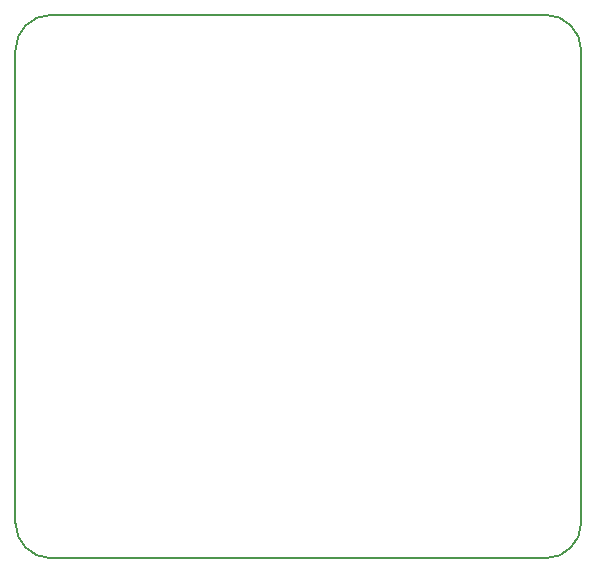
<source format=gbr>
%TF.GenerationSoftware,KiCad,Pcbnew,9.0.4-9.0.4-0~ubuntu22.04.1*%
%TF.CreationDate,2025-09-25T00:01:58-07:00*%
%TF.ProjectId,Tiny_Thinker,54696e79-5f54-4686-996e-6b65722e6b69,rev?*%
%TF.SameCoordinates,Original*%
%TF.FileFunction,Profile,NP*%
%FSLAX46Y46*%
G04 Gerber Fmt 4.6, Leading zero omitted, Abs format (unit mm)*
G04 Created by KiCad (PCBNEW 9.0.4-9.0.4-0~ubuntu22.04.1) date 2025-09-25 00:01:58*
%MOMM*%
%LPD*%
G01*
G04 APERTURE LIST*
%TA.AperFunction,Profile*%
%ADD10C,0.200000*%
%TD*%
G04 APERTURE END LIST*
D10*
X82000000Y-60000000D02*
G75*
G02*
X85000000Y-57000000I3000000J0D01*
G01*
X85000000Y-103000000D02*
G75*
G02*
X82000000Y-100000000I0J3000000D01*
G01*
X129900000Y-100000000D02*
G75*
G02*
X126900000Y-103000000I-3000000J0D01*
G01*
X126900000Y-57000000D02*
G75*
G02*
X129900000Y-60000000I0J-3000000D01*
G01*
X129900000Y-60000000D02*
X129900000Y-100000000D01*
X85000000Y-57000000D02*
X126900000Y-57000000D01*
X82000000Y-100000000D02*
X82000000Y-60000000D01*
X126900000Y-103000000D02*
X85000000Y-103000000D01*
M02*

</source>
